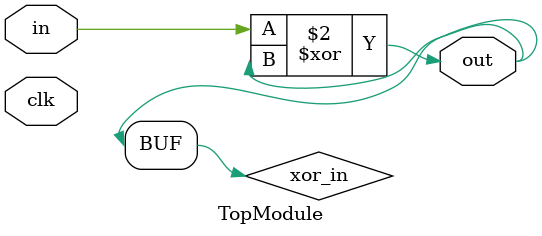
<source format=sv>

module TopModule (
  input clk,
  input in,
  output logic out
);
  logic q; // Internal signal for the flip-flop's output

  // D flip-flop
  always_ff @(posedge clk) begin
    q <= in;
  end

  // XOR gate
  assign xor_in = in ^ out;

  assign out = xor_in;
endmodule

</source>
